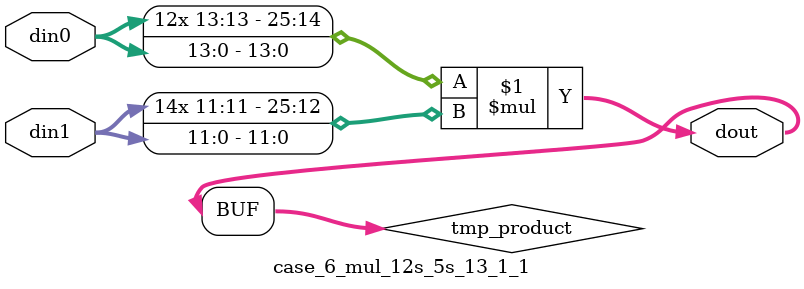
<source format=v>

`timescale 1 ns / 1 ps

 module case_6_mul_12s_5s_13_1_1(din0, din1, dout);
parameter ID = 1;
parameter NUM_STAGE = 0;
parameter din0_WIDTH = 14;
parameter din1_WIDTH = 12;
parameter dout_WIDTH = 26;

input [din0_WIDTH - 1 : 0] din0; 
input [din1_WIDTH - 1 : 0] din1; 
output [dout_WIDTH - 1 : 0] dout;

wire signed [dout_WIDTH - 1 : 0] tmp_product;



























assign tmp_product = $signed(din0) * $signed(din1);








assign dout = tmp_product;





















endmodule

</source>
